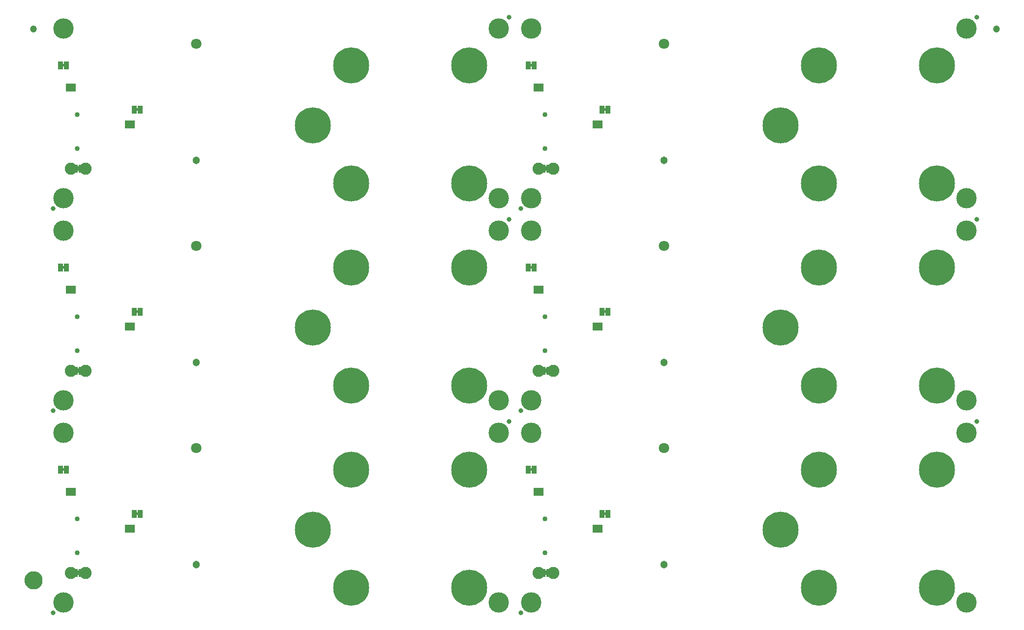
<source format=gbs>
G04 EAGLE Gerber RS-274X export*
G75*
%MOMM*%
%FSLAX34Y34*%
%LPD*%
%INSoldermask Bottom*%
%IPPOS*%
%AMOC8*
5,1,8,0,0,1.08239X$1,22.5*%
G01*
%ADD10C,0.853200*%
%ADD11C,0.838200*%
%ADD12C,3.505200*%
%ADD13C,6.203200*%
%ADD14R,0.863600X1.473200*%
%ADD15C,1.303200*%
%ADD16C,1.803200*%
%ADD17R,0.838200X1.473200*%
%ADD18C,2.082800*%
%ADD19C,1.203200*%
%ADD20C,1.270000*%
%ADD21C,1.703200*%

G36*
X857950Y768743D02*
X857950Y768743D01*
X858016Y768745D01*
X858059Y768763D01*
X858106Y768771D01*
X858163Y768805D01*
X858223Y768830D01*
X858258Y768861D01*
X858299Y768886D01*
X858341Y768937D01*
X858389Y768981D01*
X858411Y769023D01*
X858440Y769060D01*
X858461Y769122D01*
X858492Y769181D01*
X858500Y769235D01*
X858512Y769272D01*
X858511Y769312D01*
X858519Y769366D01*
X858519Y774954D01*
X858508Y775019D01*
X858506Y775085D01*
X858488Y775128D01*
X858480Y775175D01*
X858446Y775232D01*
X858421Y775292D01*
X858390Y775327D01*
X858365Y775368D01*
X858314Y775410D01*
X858270Y775458D01*
X858228Y775480D01*
X858191Y775509D01*
X858129Y775530D01*
X858070Y775561D01*
X858016Y775569D01*
X857979Y775581D01*
X857939Y775580D01*
X857885Y775588D01*
X854075Y775588D01*
X854010Y775577D01*
X853944Y775575D01*
X853901Y775557D01*
X853854Y775549D01*
X853797Y775515D01*
X853737Y775490D01*
X853702Y775459D01*
X853661Y775434D01*
X853620Y775383D01*
X853571Y775339D01*
X853549Y775297D01*
X853520Y775260D01*
X853499Y775198D01*
X853468Y775139D01*
X853460Y775085D01*
X853448Y775048D01*
X853449Y775008D01*
X853441Y774954D01*
X853441Y769366D01*
X853452Y769301D01*
X853454Y769235D01*
X853472Y769192D01*
X853480Y769145D01*
X853514Y769088D01*
X853539Y769028D01*
X853570Y768993D01*
X853595Y768952D01*
X853646Y768911D01*
X853690Y768862D01*
X853732Y768840D01*
X853769Y768811D01*
X853831Y768790D01*
X853890Y768759D01*
X853944Y768751D01*
X853981Y768739D01*
X854021Y768740D01*
X854075Y768732D01*
X857885Y768732D01*
X857950Y768743D01*
G37*
G36*
X52770Y768743D02*
X52770Y768743D01*
X52836Y768745D01*
X52879Y768763D01*
X52926Y768771D01*
X52983Y768805D01*
X53043Y768830D01*
X53078Y768861D01*
X53119Y768886D01*
X53161Y768937D01*
X53209Y768981D01*
X53231Y769023D01*
X53260Y769060D01*
X53281Y769122D01*
X53312Y769181D01*
X53320Y769235D01*
X53332Y769272D01*
X53331Y769312D01*
X53339Y769366D01*
X53339Y774954D01*
X53328Y775019D01*
X53326Y775085D01*
X53308Y775128D01*
X53300Y775175D01*
X53266Y775232D01*
X53241Y775292D01*
X53210Y775327D01*
X53185Y775368D01*
X53134Y775410D01*
X53090Y775458D01*
X53048Y775480D01*
X53011Y775509D01*
X52949Y775530D01*
X52890Y775561D01*
X52836Y775569D01*
X52799Y775581D01*
X52759Y775580D01*
X52705Y775588D01*
X48895Y775588D01*
X48830Y775577D01*
X48764Y775575D01*
X48721Y775557D01*
X48674Y775549D01*
X48617Y775515D01*
X48557Y775490D01*
X48522Y775459D01*
X48481Y775434D01*
X48440Y775383D01*
X48391Y775339D01*
X48369Y775297D01*
X48340Y775260D01*
X48319Y775198D01*
X48288Y775139D01*
X48280Y775085D01*
X48268Y775048D01*
X48269Y775008D01*
X48261Y774954D01*
X48261Y769366D01*
X48272Y769301D01*
X48274Y769235D01*
X48292Y769192D01*
X48300Y769145D01*
X48334Y769088D01*
X48359Y769028D01*
X48390Y768993D01*
X48415Y768952D01*
X48466Y768911D01*
X48510Y768862D01*
X48552Y768840D01*
X48589Y768811D01*
X48651Y768790D01*
X48710Y768759D01*
X48764Y768751D01*
X48801Y768739D01*
X48841Y768740D01*
X48895Y768732D01*
X52705Y768732D01*
X52770Y768743D01*
G37*
G36*
X857950Y420763D02*
X857950Y420763D01*
X858016Y420765D01*
X858059Y420783D01*
X858106Y420791D01*
X858163Y420825D01*
X858223Y420850D01*
X858258Y420881D01*
X858299Y420906D01*
X858341Y420957D01*
X858389Y421001D01*
X858411Y421043D01*
X858440Y421080D01*
X858461Y421142D01*
X858492Y421201D01*
X858500Y421255D01*
X858512Y421292D01*
X858511Y421332D01*
X858519Y421386D01*
X858519Y426974D01*
X858508Y427039D01*
X858506Y427105D01*
X858488Y427148D01*
X858480Y427195D01*
X858446Y427252D01*
X858421Y427312D01*
X858390Y427347D01*
X858365Y427388D01*
X858314Y427430D01*
X858270Y427478D01*
X858228Y427500D01*
X858191Y427529D01*
X858129Y427550D01*
X858070Y427581D01*
X858016Y427589D01*
X857979Y427601D01*
X857939Y427600D01*
X857885Y427608D01*
X854075Y427608D01*
X854010Y427597D01*
X853944Y427595D01*
X853901Y427577D01*
X853854Y427569D01*
X853797Y427535D01*
X853737Y427510D01*
X853702Y427479D01*
X853661Y427454D01*
X853620Y427403D01*
X853571Y427359D01*
X853549Y427317D01*
X853520Y427280D01*
X853499Y427218D01*
X853468Y427159D01*
X853460Y427105D01*
X853448Y427068D01*
X853449Y427028D01*
X853441Y426974D01*
X853441Y421386D01*
X853452Y421321D01*
X853454Y421255D01*
X853472Y421212D01*
X853480Y421165D01*
X853514Y421108D01*
X853539Y421048D01*
X853570Y421013D01*
X853595Y420972D01*
X853646Y420931D01*
X853690Y420882D01*
X853732Y420860D01*
X853769Y420831D01*
X853831Y420810D01*
X853890Y420779D01*
X853944Y420771D01*
X853981Y420759D01*
X854021Y420760D01*
X854075Y420752D01*
X857885Y420752D01*
X857950Y420763D01*
G37*
G36*
X52770Y420763D02*
X52770Y420763D01*
X52836Y420765D01*
X52879Y420783D01*
X52926Y420791D01*
X52983Y420825D01*
X53043Y420850D01*
X53078Y420881D01*
X53119Y420906D01*
X53161Y420957D01*
X53209Y421001D01*
X53231Y421043D01*
X53260Y421080D01*
X53281Y421142D01*
X53312Y421201D01*
X53320Y421255D01*
X53332Y421292D01*
X53331Y421332D01*
X53339Y421386D01*
X53339Y426974D01*
X53328Y427039D01*
X53326Y427105D01*
X53308Y427148D01*
X53300Y427195D01*
X53266Y427252D01*
X53241Y427312D01*
X53210Y427347D01*
X53185Y427388D01*
X53134Y427430D01*
X53090Y427478D01*
X53048Y427500D01*
X53011Y427529D01*
X52949Y427550D01*
X52890Y427581D01*
X52836Y427589D01*
X52799Y427601D01*
X52759Y427600D01*
X52705Y427608D01*
X48895Y427608D01*
X48830Y427597D01*
X48764Y427595D01*
X48721Y427577D01*
X48674Y427569D01*
X48617Y427535D01*
X48557Y427510D01*
X48522Y427479D01*
X48481Y427454D01*
X48440Y427403D01*
X48391Y427359D01*
X48369Y427317D01*
X48340Y427280D01*
X48319Y427218D01*
X48288Y427159D01*
X48280Y427105D01*
X48268Y427068D01*
X48269Y427028D01*
X48261Y426974D01*
X48261Y421386D01*
X48272Y421321D01*
X48274Y421255D01*
X48292Y421212D01*
X48300Y421165D01*
X48334Y421108D01*
X48359Y421048D01*
X48390Y421013D01*
X48415Y420972D01*
X48466Y420931D01*
X48510Y420882D01*
X48552Y420860D01*
X48589Y420831D01*
X48651Y420810D01*
X48710Y420779D01*
X48764Y420771D01*
X48801Y420759D01*
X48841Y420760D01*
X48895Y420752D01*
X52705Y420752D01*
X52770Y420763D01*
G37*
G36*
X857950Y72783D02*
X857950Y72783D01*
X858016Y72785D01*
X858059Y72803D01*
X858106Y72811D01*
X858163Y72845D01*
X858223Y72870D01*
X858258Y72901D01*
X858299Y72926D01*
X858341Y72977D01*
X858389Y73021D01*
X858411Y73063D01*
X858440Y73100D01*
X858461Y73162D01*
X858492Y73221D01*
X858500Y73275D01*
X858512Y73312D01*
X858511Y73352D01*
X858519Y73406D01*
X858519Y78994D01*
X858508Y79059D01*
X858506Y79125D01*
X858488Y79168D01*
X858480Y79215D01*
X858446Y79272D01*
X858421Y79332D01*
X858390Y79367D01*
X858365Y79408D01*
X858314Y79450D01*
X858270Y79498D01*
X858228Y79520D01*
X858191Y79549D01*
X858129Y79570D01*
X858070Y79601D01*
X858016Y79609D01*
X857979Y79621D01*
X857939Y79620D01*
X857885Y79628D01*
X854075Y79628D01*
X854010Y79617D01*
X853944Y79615D01*
X853901Y79597D01*
X853854Y79589D01*
X853797Y79555D01*
X853737Y79530D01*
X853702Y79499D01*
X853661Y79474D01*
X853620Y79423D01*
X853571Y79379D01*
X853549Y79337D01*
X853520Y79300D01*
X853499Y79238D01*
X853468Y79179D01*
X853460Y79125D01*
X853448Y79088D01*
X853449Y79048D01*
X853441Y78994D01*
X853441Y73406D01*
X853452Y73341D01*
X853454Y73275D01*
X853472Y73232D01*
X853480Y73185D01*
X853514Y73128D01*
X853539Y73068D01*
X853570Y73033D01*
X853595Y72992D01*
X853646Y72951D01*
X853690Y72902D01*
X853732Y72880D01*
X853769Y72851D01*
X853831Y72830D01*
X853890Y72799D01*
X853944Y72791D01*
X853981Y72779D01*
X854021Y72780D01*
X854075Y72772D01*
X857885Y72772D01*
X857950Y72783D01*
G37*
G36*
X52770Y72783D02*
X52770Y72783D01*
X52836Y72785D01*
X52879Y72803D01*
X52926Y72811D01*
X52983Y72845D01*
X53043Y72870D01*
X53078Y72901D01*
X53119Y72926D01*
X53161Y72977D01*
X53209Y73021D01*
X53231Y73063D01*
X53260Y73100D01*
X53281Y73162D01*
X53312Y73221D01*
X53320Y73275D01*
X53332Y73312D01*
X53331Y73352D01*
X53339Y73406D01*
X53339Y78994D01*
X53328Y79059D01*
X53326Y79125D01*
X53308Y79168D01*
X53300Y79215D01*
X53266Y79272D01*
X53241Y79332D01*
X53210Y79367D01*
X53185Y79408D01*
X53134Y79450D01*
X53090Y79498D01*
X53048Y79520D01*
X53011Y79549D01*
X52949Y79570D01*
X52890Y79601D01*
X52836Y79609D01*
X52799Y79621D01*
X52759Y79620D01*
X52705Y79628D01*
X48895Y79628D01*
X48830Y79617D01*
X48764Y79615D01*
X48721Y79597D01*
X48674Y79589D01*
X48617Y79555D01*
X48557Y79530D01*
X48522Y79499D01*
X48481Y79474D01*
X48440Y79423D01*
X48391Y79379D01*
X48369Y79337D01*
X48340Y79300D01*
X48319Y79238D01*
X48288Y79179D01*
X48280Y79125D01*
X48268Y79088D01*
X48269Y79048D01*
X48261Y78994D01*
X48261Y73406D01*
X48272Y73341D01*
X48274Y73275D01*
X48292Y73232D01*
X48300Y73185D01*
X48334Y73128D01*
X48359Y73068D01*
X48390Y73033D01*
X48415Y72992D01*
X48466Y72951D01*
X48510Y72902D01*
X48552Y72880D01*
X48589Y72851D01*
X48651Y72830D01*
X48710Y72799D01*
X48764Y72791D01*
X48801Y72779D01*
X48841Y72780D01*
X48895Y72772D01*
X52705Y72772D01*
X52770Y72783D01*
G37*
G36*
X832550Y252107D02*
X832550Y252107D01*
X832616Y252109D01*
X832659Y252127D01*
X832706Y252135D01*
X832763Y252169D01*
X832823Y252194D01*
X832858Y252225D01*
X832899Y252250D01*
X832941Y252301D01*
X832989Y252345D01*
X833011Y252387D01*
X833040Y252424D01*
X833061Y252486D01*
X833092Y252545D01*
X833100Y252599D01*
X833112Y252636D01*
X833111Y252676D01*
X833119Y252730D01*
X833119Y255270D01*
X833108Y255335D01*
X833106Y255401D01*
X833088Y255444D01*
X833080Y255491D01*
X833046Y255548D01*
X833021Y255608D01*
X832990Y255643D01*
X832965Y255684D01*
X832914Y255726D01*
X832870Y255774D01*
X832828Y255796D01*
X832791Y255825D01*
X832729Y255846D01*
X832670Y255877D01*
X832616Y255885D01*
X832579Y255897D01*
X832539Y255896D01*
X832485Y255904D01*
X828675Y255904D01*
X828610Y255893D01*
X828544Y255891D01*
X828501Y255873D01*
X828454Y255865D01*
X828397Y255831D01*
X828337Y255806D01*
X828302Y255775D01*
X828261Y255750D01*
X828220Y255699D01*
X828171Y255655D01*
X828149Y255613D01*
X828120Y255576D01*
X828099Y255514D01*
X828068Y255455D01*
X828060Y255401D01*
X828048Y255364D01*
X828048Y255361D01*
X828049Y255324D01*
X828041Y255270D01*
X828041Y252730D01*
X828052Y252665D01*
X828054Y252599D01*
X828072Y252556D01*
X828080Y252509D01*
X828114Y252452D01*
X828139Y252392D01*
X828170Y252357D01*
X828195Y252316D01*
X828246Y252275D01*
X828290Y252226D01*
X828332Y252204D01*
X828369Y252175D01*
X828431Y252154D01*
X828490Y252123D01*
X828544Y252115D01*
X828581Y252103D01*
X828621Y252104D01*
X828675Y252096D01*
X832485Y252096D01*
X832550Y252107D01*
G37*
G36*
X27370Y252107D02*
X27370Y252107D01*
X27436Y252109D01*
X27479Y252127D01*
X27526Y252135D01*
X27583Y252169D01*
X27643Y252194D01*
X27678Y252225D01*
X27719Y252250D01*
X27761Y252301D01*
X27809Y252345D01*
X27831Y252387D01*
X27860Y252424D01*
X27881Y252486D01*
X27912Y252545D01*
X27920Y252599D01*
X27932Y252636D01*
X27931Y252676D01*
X27939Y252730D01*
X27939Y255270D01*
X27928Y255335D01*
X27926Y255401D01*
X27908Y255444D01*
X27900Y255491D01*
X27866Y255548D01*
X27841Y255608D01*
X27810Y255643D01*
X27785Y255684D01*
X27734Y255726D01*
X27690Y255774D01*
X27648Y255796D01*
X27611Y255825D01*
X27549Y255846D01*
X27490Y255877D01*
X27436Y255885D01*
X27399Y255897D01*
X27359Y255896D01*
X27305Y255904D01*
X23495Y255904D01*
X23430Y255893D01*
X23364Y255891D01*
X23321Y255873D01*
X23274Y255865D01*
X23217Y255831D01*
X23157Y255806D01*
X23122Y255775D01*
X23081Y255750D01*
X23040Y255699D01*
X22991Y255655D01*
X22969Y255613D01*
X22940Y255576D01*
X22919Y255514D01*
X22888Y255455D01*
X22880Y255401D01*
X22868Y255364D01*
X22868Y255361D01*
X22869Y255324D01*
X22861Y255270D01*
X22861Y252730D01*
X22872Y252665D01*
X22874Y252599D01*
X22892Y252556D01*
X22900Y252509D01*
X22934Y252452D01*
X22959Y252392D01*
X22990Y252357D01*
X23015Y252316D01*
X23066Y252275D01*
X23110Y252226D01*
X23152Y252204D01*
X23189Y252175D01*
X23251Y252154D01*
X23310Y252123D01*
X23364Y252115D01*
X23401Y252103D01*
X23441Y252104D01*
X23495Y252096D01*
X27305Y252096D01*
X27370Y252107D01*
G37*
G36*
X832550Y948067D02*
X832550Y948067D01*
X832616Y948069D01*
X832659Y948087D01*
X832706Y948095D01*
X832763Y948129D01*
X832823Y948154D01*
X832858Y948185D01*
X832899Y948210D01*
X832941Y948261D01*
X832989Y948305D01*
X833011Y948347D01*
X833040Y948384D01*
X833061Y948446D01*
X833092Y948505D01*
X833100Y948559D01*
X833112Y948596D01*
X833111Y948636D01*
X833119Y948690D01*
X833119Y951230D01*
X833108Y951295D01*
X833106Y951361D01*
X833088Y951404D01*
X833080Y951451D01*
X833046Y951508D01*
X833021Y951568D01*
X832990Y951603D01*
X832965Y951644D01*
X832914Y951686D01*
X832870Y951734D01*
X832828Y951756D01*
X832791Y951785D01*
X832729Y951806D01*
X832670Y951837D01*
X832616Y951845D01*
X832579Y951857D01*
X832539Y951856D01*
X832485Y951864D01*
X828675Y951864D01*
X828610Y951853D01*
X828544Y951851D01*
X828501Y951833D01*
X828454Y951825D01*
X828397Y951791D01*
X828337Y951766D01*
X828302Y951735D01*
X828261Y951710D01*
X828220Y951659D01*
X828171Y951615D01*
X828149Y951573D01*
X828120Y951536D01*
X828099Y951474D01*
X828068Y951415D01*
X828060Y951361D01*
X828048Y951324D01*
X828048Y951321D01*
X828049Y951284D01*
X828041Y951230D01*
X828041Y948690D01*
X828052Y948625D01*
X828054Y948559D01*
X828072Y948516D01*
X828080Y948469D01*
X828114Y948412D01*
X828139Y948352D01*
X828170Y948317D01*
X828195Y948276D01*
X828246Y948235D01*
X828290Y948186D01*
X828332Y948164D01*
X828369Y948135D01*
X828431Y948114D01*
X828490Y948083D01*
X828544Y948075D01*
X828581Y948063D01*
X828621Y948064D01*
X828675Y948056D01*
X832485Y948056D01*
X832550Y948067D01*
G37*
G36*
X27370Y948067D02*
X27370Y948067D01*
X27436Y948069D01*
X27479Y948087D01*
X27526Y948095D01*
X27583Y948129D01*
X27643Y948154D01*
X27678Y948185D01*
X27719Y948210D01*
X27761Y948261D01*
X27809Y948305D01*
X27831Y948347D01*
X27860Y948384D01*
X27881Y948446D01*
X27912Y948505D01*
X27920Y948559D01*
X27932Y948596D01*
X27931Y948636D01*
X27939Y948690D01*
X27939Y951230D01*
X27928Y951295D01*
X27926Y951361D01*
X27908Y951404D01*
X27900Y951451D01*
X27866Y951508D01*
X27841Y951568D01*
X27810Y951603D01*
X27785Y951644D01*
X27734Y951686D01*
X27690Y951734D01*
X27648Y951756D01*
X27611Y951785D01*
X27549Y951806D01*
X27490Y951837D01*
X27436Y951845D01*
X27399Y951857D01*
X27359Y951856D01*
X27305Y951864D01*
X23495Y951864D01*
X23430Y951853D01*
X23364Y951851D01*
X23321Y951833D01*
X23274Y951825D01*
X23217Y951791D01*
X23157Y951766D01*
X23122Y951735D01*
X23081Y951710D01*
X23040Y951659D01*
X22991Y951615D01*
X22969Y951573D01*
X22940Y951536D01*
X22919Y951474D01*
X22888Y951415D01*
X22880Y951361D01*
X22868Y951324D01*
X22868Y951321D01*
X22869Y951284D01*
X22861Y951230D01*
X22861Y948690D01*
X22872Y948625D01*
X22874Y948559D01*
X22892Y948516D01*
X22900Y948469D01*
X22934Y948412D01*
X22959Y948352D01*
X22990Y948317D01*
X23015Y948276D01*
X23066Y948235D01*
X23110Y948186D01*
X23152Y948164D01*
X23189Y948135D01*
X23251Y948114D01*
X23310Y948083D01*
X23364Y948075D01*
X23401Y948063D01*
X23441Y948064D01*
X23495Y948056D01*
X27305Y948056D01*
X27370Y948067D01*
G37*
G36*
X959550Y871867D02*
X959550Y871867D01*
X959616Y871869D01*
X959659Y871887D01*
X959706Y871895D01*
X959763Y871929D01*
X959823Y871954D01*
X959858Y871985D01*
X959899Y872010D01*
X959941Y872061D01*
X959989Y872105D01*
X960011Y872147D01*
X960040Y872184D01*
X960061Y872246D01*
X960092Y872305D01*
X960100Y872359D01*
X960112Y872396D01*
X960111Y872436D01*
X960119Y872490D01*
X960119Y875030D01*
X960108Y875095D01*
X960106Y875161D01*
X960088Y875204D01*
X960080Y875251D01*
X960046Y875308D01*
X960021Y875368D01*
X959990Y875403D01*
X959965Y875444D01*
X959914Y875486D01*
X959870Y875534D01*
X959828Y875556D01*
X959791Y875585D01*
X959729Y875606D01*
X959670Y875637D01*
X959616Y875645D01*
X959579Y875657D01*
X959539Y875656D01*
X959485Y875664D01*
X955675Y875664D01*
X955610Y875653D01*
X955544Y875651D01*
X955501Y875633D01*
X955454Y875625D01*
X955397Y875591D01*
X955337Y875566D01*
X955302Y875535D01*
X955261Y875510D01*
X955220Y875459D01*
X955171Y875415D01*
X955149Y875373D01*
X955120Y875336D01*
X955099Y875274D01*
X955068Y875215D01*
X955060Y875161D01*
X955048Y875124D01*
X955048Y875121D01*
X955049Y875084D01*
X955041Y875030D01*
X955041Y872490D01*
X955052Y872425D01*
X955054Y872359D01*
X955072Y872316D01*
X955080Y872269D01*
X955114Y872212D01*
X955139Y872152D01*
X955170Y872117D01*
X955195Y872076D01*
X955246Y872035D01*
X955290Y871986D01*
X955332Y871964D01*
X955369Y871935D01*
X955431Y871914D01*
X955490Y871883D01*
X955544Y871875D01*
X955581Y871863D01*
X955621Y871864D01*
X955675Y871856D01*
X959485Y871856D01*
X959550Y871867D01*
G37*
G36*
X154370Y871867D02*
X154370Y871867D01*
X154436Y871869D01*
X154479Y871887D01*
X154526Y871895D01*
X154583Y871929D01*
X154643Y871954D01*
X154678Y871985D01*
X154719Y872010D01*
X154761Y872061D01*
X154809Y872105D01*
X154831Y872147D01*
X154860Y872184D01*
X154881Y872246D01*
X154912Y872305D01*
X154920Y872359D01*
X154932Y872396D01*
X154931Y872436D01*
X154939Y872490D01*
X154939Y875030D01*
X154928Y875095D01*
X154926Y875161D01*
X154908Y875204D01*
X154900Y875251D01*
X154866Y875308D01*
X154841Y875368D01*
X154810Y875403D01*
X154785Y875444D01*
X154734Y875486D01*
X154690Y875534D01*
X154648Y875556D01*
X154611Y875585D01*
X154549Y875606D01*
X154490Y875637D01*
X154436Y875645D01*
X154399Y875657D01*
X154359Y875656D01*
X154305Y875664D01*
X150495Y875664D01*
X150430Y875653D01*
X150364Y875651D01*
X150321Y875633D01*
X150274Y875625D01*
X150217Y875591D01*
X150157Y875566D01*
X150122Y875535D01*
X150081Y875510D01*
X150040Y875459D01*
X149991Y875415D01*
X149969Y875373D01*
X149940Y875336D01*
X149919Y875274D01*
X149888Y875215D01*
X149880Y875161D01*
X149868Y875124D01*
X149868Y875121D01*
X149869Y875084D01*
X149861Y875030D01*
X149861Y872490D01*
X149872Y872425D01*
X149874Y872359D01*
X149892Y872316D01*
X149900Y872269D01*
X149934Y872212D01*
X149959Y872152D01*
X149990Y872117D01*
X150015Y872076D01*
X150066Y872035D01*
X150110Y871986D01*
X150152Y871964D01*
X150189Y871935D01*
X150251Y871914D01*
X150310Y871883D01*
X150364Y871875D01*
X150401Y871863D01*
X150441Y871864D01*
X150495Y871856D01*
X154305Y871856D01*
X154370Y871867D01*
G37*
G36*
X832550Y600087D02*
X832550Y600087D01*
X832616Y600089D01*
X832659Y600107D01*
X832706Y600115D01*
X832763Y600149D01*
X832823Y600174D01*
X832858Y600205D01*
X832899Y600230D01*
X832941Y600281D01*
X832989Y600325D01*
X833011Y600367D01*
X833040Y600404D01*
X833061Y600466D01*
X833092Y600525D01*
X833100Y600579D01*
X833112Y600616D01*
X833111Y600656D01*
X833119Y600710D01*
X833119Y603250D01*
X833108Y603315D01*
X833106Y603381D01*
X833088Y603424D01*
X833080Y603471D01*
X833046Y603528D01*
X833021Y603588D01*
X832990Y603623D01*
X832965Y603664D01*
X832914Y603706D01*
X832870Y603754D01*
X832828Y603776D01*
X832791Y603805D01*
X832729Y603826D01*
X832670Y603857D01*
X832616Y603865D01*
X832579Y603877D01*
X832539Y603876D01*
X832485Y603884D01*
X828675Y603884D01*
X828610Y603873D01*
X828544Y603871D01*
X828501Y603853D01*
X828454Y603845D01*
X828397Y603811D01*
X828337Y603786D01*
X828302Y603755D01*
X828261Y603730D01*
X828220Y603679D01*
X828171Y603635D01*
X828149Y603593D01*
X828120Y603556D01*
X828099Y603494D01*
X828068Y603435D01*
X828060Y603381D01*
X828048Y603344D01*
X828048Y603341D01*
X828049Y603304D01*
X828041Y603250D01*
X828041Y600710D01*
X828052Y600645D01*
X828054Y600579D01*
X828072Y600536D01*
X828080Y600489D01*
X828114Y600432D01*
X828139Y600372D01*
X828170Y600337D01*
X828195Y600296D01*
X828246Y600255D01*
X828290Y600206D01*
X828332Y600184D01*
X828369Y600155D01*
X828431Y600134D01*
X828490Y600103D01*
X828544Y600095D01*
X828581Y600083D01*
X828621Y600084D01*
X828675Y600076D01*
X832485Y600076D01*
X832550Y600087D01*
G37*
G36*
X27370Y600087D02*
X27370Y600087D01*
X27436Y600089D01*
X27479Y600107D01*
X27526Y600115D01*
X27583Y600149D01*
X27643Y600174D01*
X27678Y600205D01*
X27719Y600230D01*
X27761Y600281D01*
X27809Y600325D01*
X27831Y600367D01*
X27860Y600404D01*
X27881Y600466D01*
X27912Y600525D01*
X27920Y600579D01*
X27932Y600616D01*
X27931Y600656D01*
X27939Y600710D01*
X27939Y603250D01*
X27928Y603315D01*
X27926Y603381D01*
X27908Y603424D01*
X27900Y603471D01*
X27866Y603528D01*
X27841Y603588D01*
X27810Y603623D01*
X27785Y603664D01*
X27734Y603706D01*
X27690Y603754D01*
X27648Y603776D01*
X27611Y603805D01*
X27549Y603826D01*
X27490Y603857D01*
X27436Y603865D01*
X27399Y603877D01*
X27359Y603876D01*
X27305Y603884D01*
X23495Y603884D01*
X23430Y603873D01*
X23364Y603871D01*
X23321Y603853D01*
X23274Y603845D01*
X23217Y603811D01*
X23157Y603786D01*
X23122Y603755D01*
X23081Y603730D01*
X23040Y603679D01*
X22991Y603635D01*
X22969Y603593D01*
X22940Y603556D01*
X22919Y603494D01*
X22888Y603435D01*
X22880Y603381D01*
X22868Y603344D01*
X22868Y603341D01*
X22869Y603304D01*
X22861Y603250D01*
X22861Y600710D01*
X22872Y600645D01*
X22874Y600579D01*
X22892Y600536D01*
X22900Y600489D01*
X22934Y600432D01*
X22959Y600372D01*
X22990Y600337D01*
X23015Y600296D01*
X23066Y600255D01*
X23110Y600206D01*
X23152Y600184D01*
X23189Y600155D01*
X23251Y600134D01*
X23310Y600103D01*
X23364Y600095D01*
X23401Y600083D01*
X23441Y600084D01*
X23495Y600076D01*
X27305Y600076D01*
X27370Y600087D01*
G37*
G36*
X154370Y523887D02*
X154370Y523887D01*
X154436Y523889D01*
X154479Y523907D01*
X154526Y523915D01*
X154583Y523949D01*
X154643Y523974D01*
X154678Y524005D01*
X154719Y524030D01*
X154761Y524081D01*
X154809Y524125D01*
X154831Y524167D01*
X154860Y524204D01*
X154881Y524266D01*
X154912Y524325D01*
X154920Y524379D01*
X154932Y524416D01*
X154931Y524456D01*
X154939Y524510D01*
X154939Y527050D01*
X154928Y527115D01*
X154926Y527181D01*
X154908Y527224D01*
X154900Y527271D01*
X154866Y527328D01*
X154841Y527388D01*
X154810Y527423D01*
X154785Y527464D01*
X154734Y527506D01*
X154690Y527554D01*
X154648Y527576D01*
X154611Y527605D01*
X154549Y527626D01*
X154490Y527657D01*
X154436Y527665D01*
X154399Y527677D01*
X154359Y527676D01*
X154305Y527684D01*
X150495Y527684D01*
X150430Y527673D01*
X150364Y527671D01*
X150321Y527653D01*
X150274Y527645D01*
X150217Y527611D01*
X150157Y527586D01*
X150122Y527555D01*
X150081Y527530D01*
X150040Y527479D01*
X149991Y527435D01*
X149969Y527393D01*
X149940Y527356D01*
X149919Y527294D01*
X149888Y527235D01*
X149880Y527181D01*
X149868Y527144D01*
X149868Y527141D01*
X149869Y527104D01*
X149861Y527050D01*
X149861Y524510D01*
X149872Y524445D01*
X149874Y524379D01*
X149892Y524336D01*
X149900Y524289D01*
X149934Y524232D01*
X149959Y524172D01*
X149990Y524137D01*
X150015Y524096D01*
X150066Y524055D01*
X150110Y524006D01*
X150152Y523984D01*
X150189Y523955D01*
X150251Y523934D01*
X150310Y523903D01*
X150364Y523895D01*
X150401Y523883D01*
X150441Y523884D01*
X150495Y523876D01*
X154305Y523876D01*
X154370Y523887D01*
G37*
G36*
X959550Y523887D02*
X959550Y523887D01*
X959616Y523889D01*
X959659Y523907D01*
X959706Y523915D01*
X959763Y523949D01*
X959823Y523974D01*
X959858Y524005D01*
X959899Y524030D01*
X959941Y524081D01*
X959989Y524125D01*
X960011Y524167D01*
X960040Y524204D01*
X960061Y524266D01*
X960092Y524325D01*
X960100Y524379D01*
X960112Y524416D01*
X960111Y524456D01*
X960119Y524510D01*
X960119Y527050D01*
X960108Y527115D01*
X960106Y527181D01*
X960088Y527224D01*
X960080Y527271D01*
X960046Y527328D01*
X960021Y527388D01*
X959990Y527423D01*
X959965Y527464D01*
X959914Y527506D01*
X959870Y527554D01*
X959828Y527576D01*
X959791Y527605D01*
X959729Y527626D01*
X959670Y527657D01*
X959616Y527665D01*
X959579Y527677D01*
X959539Y527676D01*
X959485Y527684D01*
X955675Y527684D01*
X955610Y527673D01*
X955544Y527671D01*
X955501Y527653D01*
X955454Y527645D01*
X955397Y527611D01*
X955337Y527586D01*
X955302Y527555D01*
X955261Y527530D01*
X955220Y527479D01*
X955171Y527435D01*
X955149Y527393D01*
X955120Y527356D01*
X955099Y527294D01*
X955068Y527235D01*
X955060Y527181D01*
X955048Y527144D01*
X955048Y527141D01*
X955049Y527104D01*
X955041Y527050D01*
X955041Y524510D01*
X955052Y524445D01*
X955054Y524379D01*
X955072Y524336D01*
X955080Y524289D01*
X955114Y524232D01*
X955139Y524172D01*
X955170Y524137D01*
X955195Y524096D01*
X955246Y524055D01*
X955290Y524006D01*
X955332Y523984D01*
X955369Y523955D01*
X955431Y523934D01*
X955490Y523903D01*
X955544Y523895D01*
X955581Y523883D01*
X955621Y523884D01*
X955675Y523876D01*
X959485Y523876D01*
X959550Y523887D01*
G37*
G36*
X959550Y175907D02*
X959550Y175907D01*
X959616Y175909D01*
X959659Y175927D01*
X959706Y175935D01*
X959763Y175969D01*
X959823Y175994D01*
X959858Y176025D01*
X959899Y176050D01*
X959941Y176101D01*
X959989Y176145D01*
X960011Y176187D01*
X960040Y176224D01*
X960061Y176286D01*
X960092Y176345D01*
X960100Y176399D01*
X960112Y176436D01*
X960111Y176476D01*
X960119Y176530D01*
X960119Y179070D01*
X960108Y179135D01*
X960106Y179201D01*
X960088Y179244D01*
X960080Y179291D01*
X960046Y179348D01*
X960021Y179408D01*
X959990Y179443D01*
X959965Y179484D01*
X959914Y179526D01*
X959870Y179574D01*
X959828Y179596D01*
X959791Y179625D01*
X959729Y179646D01*
X959670Y179677D01*
X959616Y179685D01*
X959579Y179697D01*
X959539Y179696D01*
X959485Y179704D01*
X955675Y179704D01*
X955610Y179693D01*
X955544Y179691D01*
X955501Y179673D01*
X955454Y179665D01*
X955397Y179631D01*
X955337Y179606D01*
X955302Y179575D01*
X955261Y179550D01*
X955220Y179499D01*
X955171Y179455D01*
X955149Y179413D01*
X955120Y179376D01*
X955099Y179314D01*
X955068Y179255D01*
X955060Y179201D01*
X955048Y179164D01*
X955048Y179161D01*
X955049Y179124D01*
X955041Y179070D01*
X955041Y176530D01*
X955052Y176465D01*
X955054Y176399D01*
X955072Y176356D01*
X955080Y176309D01*
X955114Y176252D01*
X955139Y176192D01*
X955170Y176157D01*
X955195Y176116D01*
X955246Y176075D01*
X955290Y176026D01*
X955332Y176004D01*
X955369Y175975D01*
X955431Y175954D01*
X955490Y175923D01*
X955544Y175915D01*
X955581Y175903D01*
X955621Y175904D01*
X955675Y175896D01*
X959485Y175896D01*
X959550Y175907D01*
G37*
G36*
X154370Y175907D02*
X154370Y175907D01*
X154436Y175909D01*
X154479Y175927D01*
X154526Y175935D01*
X154583Y175969D01*
X154643Y175994D01*
X154678Y176025D01*
X154719Y176050D01*
X154761Y176101D01*
X154809Y176145D01*
X154831Y176187D01*
X154860Y176224D01*
X154881Y176286D01*
X154912Y176345D01*
X154920Y176399D01*
X154932Y176436D01*
X154931Y176476D01*
X154939Y176530D01*
X154939Y179070D01*
X154928Y179135D01*
X154926Y179201D01*
X154908Y179244D01*
X154900Y179291D01*
X154866Y179348D01*
X154841Y179408D01*
X154810Y179443D01*
X154785Y179484D01*
X154734Y179526D01*
X154690Y179574D01*
X154648Y179596D01*
X154611Y179625D01*
X154549Y179646D01*
X154490Y179677D01*
X154436Y179685D01*
X154399Y179697D01*
X154359Y179696D01*
X154305Y179704D01*
X150495Y179704D01*
X150430Y179693D01*
X150364Y179691D01*
X150321Y179673D01*
X150274Y179665D01*
X150217Y179631D01*
X150157Y179606D01*
X150122Y179575D01*
X150081Y179550D01*
X150040Y179499D01*
X149991Y179455D01*
X149969Y179413D01*
X149940Y179376D01*
X149919Y179314D01*
X149888Y179255D01*
X149880Y179201D01*
X149868Y179164D01*
X149868Y179161D01*
X149869Y179124D01*
X149861Y179070D01*
X149861Y176530D01*
X149872Y176465D01*
X149874Y176399D01*
X149892Y176356D01*
X149900Y176309D01*
X149934Y176252D01*
X149959Y176192D01*
X149990Y176157D01*
X150015Y176116D01*
X150066Y176075D01*
X150110Y176026D01*
X150152Y176004D01*
X150189Y175975D01*
X150251Y175954D01*
X150310Y175923D01*
X150364Y175915D01*
X150401Y175903D01*
X150441Y175904D01*
X150495Y175896D01*
X154305Y175896D01*
X154370Y175907D01*
G37*
D10*
X49050Y168600D03*
X49050Y110800D03*
D11*
X7620Y7620D03*
X792480Y336550D03*
D12*
X774700Y317500D03*
X25400Y317500D03*
X774700Y25400D03*
X25400Y25400D03*
D13*
X454700Y150300D03*
D14*
X30607Y254000D03*
X20193Y254000D03*
D15*
X254000Y90500D03*
D16*
X254000Y290500D03*
D17*
X55880Y76200D03*
X45720Y76200D03*
D18*
X63500Y76200D03*
X38100Y76200D03*
D17*
X143764Y152400D03*
X135636Y152400D03*
X34036Y215900D03*
X42164Y215900D03*
D14*
X157607Y177800D03*
X147193Y177800D03*
D13*
X520700Y254000D03*
X520700Y50800D03*
X723900Y50800D03*
X723900Y254000D03*
D10*
X854230Y168600D03*
X854230Y110800D03*
D11*
X812800Y7620D03*
X1597660Y336550D03*
D12*
X1579880Y317500D03*
X830580Y317500D03*
X1579880Y25400D03*
X830580Y25400D03*
D13*
X1259880Y150300D03*
D14*
X835787Y254000D03*
X825373Y254000D03*
D15*
X1059180Y90500D03*
D16*
X1059180Y290500D03*
D17*
X861060Y76200D03*
X850900Y76200D03*
D18*
X868680Y76200D03*
X843280Y76200D03*
D17*
X948944Y152400D03*
X940816Y152400D03*
X839216Y215900D03*
X847344Y215900D03*
D14*
X962787Y177800D03*
X952373Y177800D03*
D13*
X1325880Y254000D03*
X1325880Y50800D03*
X1529080Y50800D03*
X1529080Y254000D03*
D10*
X49050Y516580D03*
X49050Y458780D03*
D11*
X7620Y355600D03*
X792480Y684530D03*
D12*
X774700Y665480D03*
X25400Y665480D03*
X774700Y373380D03*
X25400Y373380D03*
D13*
X454700Y498280D03*
D14*
X30607Y601980D03*
X20193Y601980D03*
D15*
X254000Y438480D03*
D16*
X254000Y638480D03*
D17*
X55880Y424180D03*
X45720Y424180D03*
D18*
X63500Y424180D03*
X38100Y424180D03*
D17*
X143764Y500380D03*
X135636Y500380D03*
X34036Y563880D03*
X42164Y563880D03*
D14*
X157607Y525780D03*
X147193Y525780D03*
D13*
X520700Y601980D03*
X520700Y398780D03*
X723900Y398780D03*
X723900Y601980D03*
D10*
X854230Y516580D03*
X854230Y458780D03*
D11*
X812800Y355600D03*
X1597660Y684530D03*
D12*
X1579880Y665480D03*
X830580Y665480D03*
X1579880Y373380D03*
X830580Y373380D03*
D13*
X1259880Y498280D03*
D14*
X835787Y601980D03*
X825373Y601980D03*
D15*
X1059180Y438480D03*
D16*
X1059180Y638480D03*
D17*
X861060Y424180D03*
X850900Y424180D03*
D18*
X868680Y424180D03*
X843280Y424180D03*
D17*
X948944Y500380D03*
X940816Y500380D03*
X839216Y563880D03*
X847344Y563880D03*
D14*
X962787Y525780D03*
X952373Y525780D03*
D13*
X1325880Y601980D03*
X1325880Y398780D03*
X1529080Y398780D03*
X1529080Y601980D03*
D10*
X49050Y864560D03*
X49050Y806760D03*
D11*
X7620Y703580D03*
X792480Y1032510D03*
D12*
X774700Y1013460D03*
X25400Y1013460D03*
X774700Y721360D03*
X25400Y721360D03*
D13*
X454700Y846260D03*
D14*
X30607Y949960D03*
X20193Y949960D03*
D15*
X254000Y786460D03*
D16*
X254000Y986460D03*
D17*
X55880Y772160D03*
X45720Y772160D03*
D18*
X63500Y772160D03*
X38100Y772160D03*
D17*
X143764Y848360D03*
X135636Y848360D03*
X34036Y911860D03*
X42164Y911860D03*
D14*
X157607Y873760D03*
X147193Y873760D03*
D13*
X520700Y949960D03*
X520700Y746760D03*
X723900Y746760D03*
X723900Y949960D03*
D10*
X854230Y864560D03*
X854230Y806760D03*
D11*
X812800Y703580D03*
X1597660Y1032510D03*
D12*
X1579880Y1013460D03*
X830580Y1013460D03*
X1579880Y721360D03*
X830580Y721360D03*
D13*
X1259880Y846260D03*
D14*
X835787Y949960D03*
X825373Y949960D03*
D15*
X1059180Y786460D03*
D16*
X1059180Y986460D03*
D17*
X861060Y772160D03*
X850900Y772160D03*
D18*
X868680Y772160D03*
X843280Y772160D03*
D17*
X948944Y848360D03*
X940816Y848360D03*
X839216Y911860D03*
X847344Y911860D03*
D14*
X962787Y873760D03*
X952373Y873760D03*
D13*
X1325880Y949960D03*
X1325880Y746760D03*
X1529080Y746760D03*
X1529080Y949960D03*
D19*
X-26238Y1012190D03*
X1631518Y1012190D03*
D20*
X-35293Y63500D02*
X-35290Y63722D01*
X-35282Y63944D01*
X-35268Y64166D01*
X-35249Y64388D01*
X-35225Y64608D01*
X-35195Y64829D01*
X-35160Y65048D01*
X-35119Y65267D01*
X-35073Y65484D01*
X-35022Y65700D01*
X-34965Y65915D01*
X-34903Y66129D01*
X-34836Y66340D01*
X-34764Y66551D01*
X-34686Y66759D01*
X-34604Y66965D01*
X-34516Y67169D01*
X-34424Y67372D01*
X-34326Y67571D01*
X-34224Y67768D01*
X-34117Y67963D01*
X-34005Y68155D01*
X-33888Y68344D01*
X-33767Y68531D01*
X-33641Y68714D01*
X-33511Y68894D01*
X-33376Y69071D01*
X-33238Y69244D01*
X-33095Y69414D01*
X-32947Y69581D01*
X-32796Y69744D01*
X-32641Y69903D01*
X-32482Y70058D01*
X-32319Y70209D01*
X-32152Y70357D01*
X-31982Y70500D01*
X-31809Y70638D01*
X-31632Y70773D01*
X-31452Y70903D01*
X-31269Y71029D01*
X-31082Y71150D01*
X-30893Y71267D01*
X-30701Y71379D01*
X-30506Y71486D01*
X-30309Y71588D01*
X-30110Y71686D01*
X-29907Y71778D01*
X-29703Y71866D01*
X-29497Y71948D01*
X-29289Y72026D01*
X-29078Y72098D01*
X-28867Y72165D01*
X-28653Y72227D01*
X-28438Y72284D01*
X-28222Y72335D01*
X-28005Y72381D01*
X-27786Y72422D01*
X-27567Y72457D01*
X-27346Y72487D01*
X-27126Y72511D01*
X-26904Y72530D01*
X-26682Y72544D01*
X-26460Y72552D01*
X-26238Y72555D01*
X-26016Y72552D01*
X-25794Y72544D01*
X-25572Y72530D01*
X-25350Y72511D01*
X-25130Y72487D01*
X-24909Y72457D01*
X-24690Y72422D01*
X-24471Y72381D01*
X-24254Y72335D01*
X-24038Y72284D01*
X-23823Y72227D01*
X-23609Y72165D01*
X-23398Y72098D01*
X-23187Y72026D01*
X-22979Y71948D01*
X-22773Y71866D01*
X-22569Y71778D01*
X-22366Y71686D01*
X-22167Y71588D01*
X-21970Y71486D01*
X-21775Y71379D01*
X-21583Y71267D01*
X-21394Y71150D01*
X-21207Y71029D01*
X-21024Y70903D01*
X-20844Y70773D01*
X-20667Y70638D01*
X-20494Y70500D01*
X-20324Y70357D01*
X-20157Y70209D01*
X-19994Y70058D01*
X-19835Y69903D01*
X-19680Y69744D01*
X-19529Y69581D01*
X-19381Y69414D01*
X-19238Y69244D01*
X-19100Y69071D01*
X-18965Y68894D01*
X-18835Y68714D01*
X-18709Y68531D01*
X-18588Y68344D01*
X-18471Y68155D01*
X-18359Y67963D01*
X-18252Y67768D01*
X-18150Y67571D01*
X-18052Y67372D01*
X-17960Y67169D01*
X-17872Y66965D01*
X-17790Y66759D01*
X-17712Y66551D01*
X-17640Y66340D01*
X-17573Y66129D01*
X-17511Y65915D01*
X-17454Y65700D01*
X-17403Y65484D01*
X-17357Y65267D01*
X-17316Y65048D01*
X-17281Y64829D01*
X-17251Y64608D01*
X-17227Y64388D01*
X-17208Y64166D01*
X-17194Y63944D01*
X-17186Y63722D01*
X-17183Y63500D01*
X-17186Y63278D01*
X-17194Y63056D01*
X-17208Y62834D01*
X-17227Y62612D01*
X-17251Y62392D01*
X-17281Y62171D01*
X-17316Y61952D01*
X-17357Y61733D01*
X-17403Y61516D01*
X-17454Y61300D01*
X-17511Y61085D01*
X-17573Y60871D01*
X-17640Y60660D01*
X-17712Y60449D01*
X-17790Y60241D01*
X-17872Y60035D01*
X-17960Y59831D01*
X-18052Y59628D01*
X-18150Y59429D01*
X-18252Y59232D01*
X-18359Y59037D01*
X-18471Y58845D01*
X-18588Y58656D01*
X-18709Y58469D01*
X-18835Y58286D01*
X-18965Y58106D01*
X-19100Y57929D01*
X-19238Y57756D01*
X-19381Y57586D01*
X-19529Y57419D01*
X-19680Y57256D01*
X-19835Y57097D01*
X-19994Y56942D01*
X-20157Y56791D01*
X-20324Y56643D01*
X-20494Y56500D01*
X-20667Y56362D01*
X-20844Y56227D01*
X-21024Y56097D01*
X-21207Y55971D01*
X-21394Y55850D01*
X-21583Y55733D01*
X-21775Y55621D01*
X-21970Y55514D01*
X-22167Y55412D01*
X-22366Y55314D01*
X-22569Y55222D01*
X-22773Y55134D01*
X-22979Y55052D01*
X-23187Y54974D01*
X-23398Y54902D01*
X-23609Y54835D01*
X-23823Y54773D01*
X-24038Y54716D01*
X-24254Y54665D01*
X-24471Y54619D01*
X-24690Y54578D01*
X-24909Y54543D01*
X-25130Y54513D01*
X-25350Y54489D01*
X-25572Y54470D01*
X-25794Y54456D01*
X-26016Y54448D01*
X-26238Y54445D01*
X-26460Y54448D01*
X-26682Y54456D01*
X-26904Y54470D01*
X-27126Y54489D01*
X-27346Y54513D01*
X-27567Y54543D01*
X-27786Y54578D01*
X-28005Y54619D01*
X-28222Y54665D01*
X-28438Y54716D01*
X-28653Y54773D01*
X-28867Y54835D01*
X-29078Y54902D01*
X-29289Y54974D01*
X-29497Y55052D01*
X-29703Y55134D01*
X-29907Y55222D01*
X-30110Y55314D01*
X-30309Y55412D01*
X-30506Y55514D01*
X-30701Y55621D01*
X-30893Y55733D01*
X-31082Y55850D01*
X-31269Y55971D01*
X-31452Y56097D01*
X-31632Y56227D01*
X-31809Y56362D01*
X-31982Y56500D01*
X-32152Y56643D01*
X-32319Y56791D01*
X-32482Y56942D01*
X-32641Y57097D01*
X-32796Y57256D01*
X-32947Y57419D01*
X-33095Y57586D01*
X-33238Y57756D01*
X-33376Y57929D01*
X-33511Y58106D01*
X-33641Y58286D01*
X-33767Y58469D01*
X-33888Y58656D01*
X-34005Y58845D01*
X-34117Y59037D01*
X-34224Y59232D01*
X-34326Y59429D01*
X-34424Y59628D01*
X-34516Y59831D01*
X-34604Y60035D01*
X-34686Y60241D01*
X-34764Y60449D01*
X-34836Y60660D01*
X-34903Y60871D01*
X-34965Y61085D01*
X-35022Y61300D01*
X-35073Y61516D01*
X-35119Y61733D01*
X-35160Y61952D01*
X-35195Y62171D01*
X-35225Y62392D01*
X-35249Y62612D01*
X-35268Y62834D01*
X-35282Y63056D01*
X-35290Y63278D01*
X-35293Y63500D01*
D21*
X-26238Y63500D03*
M02*

</source>
